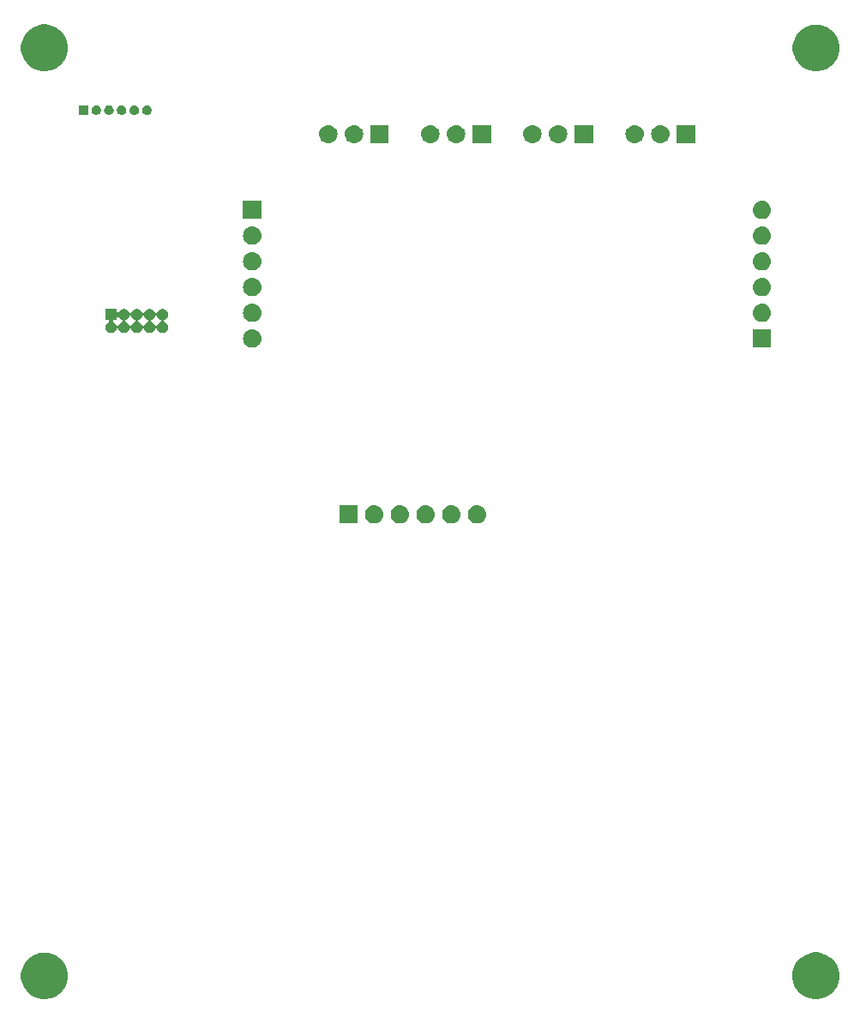
<source format=gbr>
G04 #@! TF.GenerationSoftware,KiCad,Pcbnew,(5.1.2)-2*
G04 #@! TF.CreationDate,2021-11-10T11:22:02-03:00*
G04 #@! TF.ProjectId,MAG_Plus,4d41475f-506c-4757-932e-6b696361645f,rev?*
G04 #@! TF.SameCoordinates,Original*
G04 #@! TF.FileFunction,Soldermask,Bot*
G04 #@! TF.FilePolarity,Negative*
%FSLAX46Y46*%
G04 Gerber Fmt 4.6, Leading zero omitted, Abs format (unit mm)*
G04 Created by KiCad (PCBNEW (5.1.2)-2) date 2021-11-10 11:22:02*
%MOMM*%
%LPD*%
G04 APERTURE LIST*
%ADD10C,0.100000*%
G04 APERTURE END LIST*
D10*
G36*
X39648903Y-233573213D02*
G01*
X39871177Y-233617426D01*
X40289932Y-233790880D01*
X40666802Y-234042696D01*
X40987304Y-234363198D01*
X41239120Y-234740068D01*
X41412574Y-235158823D01*
X41501000Y-235603371D01*
X41501000Y-236056629D01*
X41412574Y-236501177D01*
X41239120Y-236919932D01*
X40987304Y-237296802D01*
X40666802Y-237617304D01*
X40289932Y-237869120D01*
X39871177Y-238042574D01*
X39648903Y-238086787D01*
X39426630Y-238131000D01*
X38973370Y-238131000D01*
X38751097Y-238086787D01*
X38528823Y-238042574D01*
X38110068Y-237869120D01*
X37733198Y-237617304D01*
X37412696Y-237296802D01*
X37160880Y-236919932D01*
X36987426Y-236501177D01*
X36899000Y-236056629D01*
X36899000Y-235603371D01*
X36987426Y-235158823D01*
X37160880Y-234740068D01*
X37412696Y-234363198D01*
X37733198Y-234042696D01*
X38110068Y-233790880D01*
X38528823Y-233617426D01*
X38751097Y-233573213D01*
X38973370Y-233529000D01*
X39426630Y-233529000D01*
X39648903Y-233573213D01*
X39648903Y-233573213D01*
G37*
G36*
X115838903Y-233563213D02*
G01*
X116061177Y-233607426D01*
X116479932Y-233780880D01*
X116856802Y-234032696D01*
X117177304Y-234353198D01*
X117429120Y-234730068D01*
X117602574Y-235148823D01*
X117691000Y-235593371D01*
X117691000Y-236046629D01*
X117602574Y-236491177D01*
X117429120Y-236909932D01*
X117177304Y-237286802D01*
X116856802Y-237607304D01*
X116479932Y-237859120D01*
X116061177Y-238032574D01*
X115838903Y-238076787D01*
X115616630Y-238121000D01*
X115163370Y-238121000D01*
X114941097Y-238076787D01*
X114718823Y-238032574D01*
X114300068Y-237859120D01*
X113923198Y-237607304D01*
X113602696Y-237286802D01*
X113350880Y-236909932D01*
X113177426Y-236491177D01*
X113089000Y-236046629D01*
X113089000Y-235593371D01*
X113177426Y-235148823D01*
X113350880Y-234730068D01*
X113602696Y-234353198D01*
X113923198Y-234032696D01*
X114300068Y-233780880D01*
X114718823Y-233607426D01*
X114941097Y-233563213D01*
X115163370Y-233519000D01*
X115616630Y-233519000D01*
X115838903Y-233563213D01*
X115838903Y-233563213D01*
G37*
G36*
X70131000Y-191171000D02*
G01*
X68329000Y-191171000D01*
X68329000Y-189369000D01*
X70131000Y-189369000D01*
X70131000Y-191171000D01*
X70131000Y-191171000D01*
G37*
G36*
X71880442Y-189375518D02*
G01*
X71946627Y-189382037D01*
X72116466Y-189433557D01*
X72272991Y-189517222D01*
X72308729Y-189546552D01*
X72410186Y-189629814D01*
X72493448Y-189731271D01*
X72522778Y-189767009D01*
X72606443Y-189923534D01*
X72657963Y-190093373D01*
X72675359Y-190270000D01*
X72657963Y-190446627D01*
X72606443Y-190616466D01*
X72522778Y-190772991D01*
X72493448Y-190808729D01*
X72410186Y-190910186D01*
X72308729Y-190993448D01*
X72272991Y-191022778D01*
X72116466Y-191106443D01*
X71946627Y-191157963D01*
X71880442Y-191164482D01*
X71814260Y-191171000D01*
X71725740Y-191171000D01*
X71659558Y-191164482D01*
X71593373Y-191157963D01*
X71423534Y-191106443D01*
X71267009Y-191022778D01*
X71231271Y-190993448D01*
X71129814Y-190910186D01*
X71046552Y-190808729D01*
X71017222Y-190772991D01*
X70933557Y-190616466D01*
X70882037Y-190446627D01*
X70864641Y-190270000D01*
X70882037Y-190093373D01*
X70933557Y-189923534D01*
X71017222Y-189767009D01*
X71046552Y-189731271D01*
X71129814Y-189629814D01*
X71231271Y-189546552D01*
X71267009Y-189517222D01*
X71423534Y-189433557D01*
X71593373Y-189382037D01*
X71659558Y-189375518D01*
X71725740Y-189369000D01*
X71814260Y-189369000D01*
X71880442Y-189375518D01*
X71880442Y-189375518D01*
G37*
G36*
X76960442Y-189375518D02*
G01*
X77026627Y-189382037D01*
X77196466Y-189433557D01*
X77352991Y-189517222D01*
X77388729Y-189546552D01*
X77490186Y-189629814D01*
X77573448Y-189731271D01*
X77602778Y-189767009D01*
X77686443Y-189923534D01*
X77737963Y-190093373D01*
X77755359Y-190270000D01*
X77737963Y-190446627D01*
X77686443Y-190616466D01*
X77602778Y-190772991D01*
X77573448Y-190808729D01*
X77490186Y-190910186D01*
X77388729Y-190993448D01*
X77352991Y-191022778D01*
X77196466Y-191106443D01*
X77026627Y-191157963D01*
X76960442Y-191164482D01*
X76894260Y-191171000D01*
X76805740Y-191171000D01*
X76739558Y-191164482D01*
X76673373Y-191157963D01*
X76503534Y-191106443D01*
X76347009Y-191022778D01*
X76311271Y-190993448D01*
X76209814Y-190910186D01*
X76126552Y-190808729D01*
X76097222Y-190772991D01*
X76013557Y-190616466D01*
X75962037Y-190446627D01*
X75944641Y-190270000D01*
X75962037Y-190093373D01*
X76013557Y-189923534D01*
X76097222Y-189767009D01*
X76126552Y-189731271D01*
X76209814Y-189629814D01*
X76311271Y-189546552D01*
X76347009Y-189517222D01*
X76503534Y-189433557D01*
X76673373Y-189382037D01*
X76739558Y-189375518D01*
X76805740Y-189369000D01*
X76894260Y-189369000D01*
X76960442Y-189375518D01*
X76960442Y-189375518D01*
G37*
G36*
X79500442Y-189375518D02*
G01*
X79566627Y-189382037D01*
X79736466Y-189433557D01*
X79892991Y-189517222D01*
X79928729Y-189546552D01*
X80030186Y-189629814D01*
X80113448Y-189731271D01*
X80142778Y-189767009D01*
X80226443Y-189923534D01*
X80277963Y-190093373D01*
X80295359Y-190270000D01*
X80277963Y-190446627D01*
X80226443Y-190616466D01*
X80142778Y-190772991D01*
X80113448Y-190808729D01*
X80030186Y-190910186D01*
X79928729Y-190993448D01*
X79892991Y-191022778D01*
X79736466Y-191106443D01*
X79566627Y-191157963D01*
X79500442Y-191164482D01*
X79434260Y-191171000D01*
X79345740Y-191171000D01*
X79279558Y-191164482D01*
X79213373Y-191157963D01*
X79043534Y-191106443D01*
X78887009Y-191022778D01*
X78851271Y-190993448D01*
X78749814Y-190910186D01*
X78666552Y-190808729D01*
X78637222Y-190772991D01*
X78553557Y-190616466D01*
X78502037Y-190446627D01*
X78484641Y-190270000D01*
X78502037Y-190093373D01*
X78553557Y-189923534D01*
X78637222Y-189767009D01*
X78666552Y-189731271D01*
X78749814Y-189629814D01*
X78851271Y-189546552D01*
X78887009Y-189517222D01*
X79043534Y-189433557D01*
X79213373Y-189382037D01*
X79279558Y-189375518D01*
X79345740Y-189369000D01*
X79434260Y-189369000D01*
X79500442Y-189375518D01*
X79500442Y-189375518D01*
G37*
G36*
X82040442Y-189375518D02*
G01*
X82106627Y-189382037D01*
X82276466Y-189433557D01*
X82432991Y-189517222D01*
X82468729Y-189546552D01*
X82570186Y-189629814D01*
X82653448Y-189731271D01*
X82682778Y-189767009D01*
X82766443Y-189923534D01*
X82817963Y-190093373D01*
X82835359Y-190270000D01*
X82817963Y-190446627D01*
X82766443Y-190616466D01*
X82682778Y-190772991D01*
X82653448Y-190808729D01*
X82570186Y-190910186D01*
X82468729Y-190993448D01*
X82432991Y-191022778D01*
X82276466Y-191106443D01*
X82106627Y-191157963D01*
X82040442Y-191164482D01*
X81974260Y-191171000D01*
X81885740Y-191171000D01*
X81819558Y-191164482D01*
X81753373Y-191157963D01*
X81583534Y-191106443D01*
X81427009Y-191022778D01*
X81391271Y-190993448D01*
X81289814Y-190910186D01*
X81206552Y-190808729D01*
X81177222Y-190772991D01*
X81093557Y-190616466D01*
X81042037Y-190446627D01*
X81024641Y-190270000D01*
X81042037Y-190093373D01*
X81093557Y-189923534D01*
X81177222Y-189767009D01*
X81206552Y-189731271D01*
X81289814Y-189629814D01*
X81391271Y-189546552D01*
X81427009Y-189517222D01*
X81583534Y-189433557D01*
X81753373Y-189382037D01*
X81819558Y-189375518D01*
X81885740Y-189369000D01*
X81974260Y-189369000D01*
X82040442Y-189375518D01*
X82040442Y-189375518D01*
G37*
G36*
X74420442Y-189375518D02*
G01*
X74486627Y-189382037D01*
X74656466Y-189433557D01*
X74812991Y-189517222D01*
X74848729Y-189546552D01*
X74950186Y-189629814D01*
X75033448Y-189731271D01*
X75062778Y-189767009D01*
X75146443Y-189923534D01*
X75197963Y-190093373D01*
X75215359Y-190270000D01*
X75197963Y-190446627D01*
X75146443Y-190616466D01*
X75062778Y-190772991D01*
X75033448Y-190808729D01*
X74950186Y-190910186D01*
X74848729Y-190993448D01*
X74812991Y-191022778D01*
X74656466Y-191106443D01*
X74486627Y-191157963D01*
X74420442Y-191164482D01*
X74354260Y-191171000D01*
X74265740Y-191171000D01*
X74199558Y-191164482D01*
X74133373Y-191157963D01*
X73963534Y-191106443D01*
X73807009Y-191022778D01*
X73771271Y-190993448D01*
X73669814Y-190910186D01*
X73586552Y-190808729D01*
X73557222Y-190772991D01*
X73473557Y-190616466D01*
X73422037Y-190446627D01*
X73404641Y-190270000D01*
X73422037Y-190093373D01*
X73473557Y-189923534D01*
X73557222Y-189767009D01*
X73586552Y-189731271D01*
X73669814Y-189629814D01*
X73771271Y-189546552D01*
X73807009Y-189517222D01*
X73963534Y-189433557D01*
X74133373Y-189382037D01*
X74199558Y-189375518D01*
X74265740Y-189369000D01*
X74354260Y-189369000D01*
X74420442Y-189375518D01*
X74420442Y-189375518D01*
G37*
G36*
X59830443Y-172025519D02*
G01*
X59896627Y-172032037D01*
X60066466Y-172083557D01*
X60066468Y-172083558D01*
X60144729Y-172125390D01*
X60222991Y-172167222D01*
X60258729Y-172196552D01*
X60360186Y-172279814D01*
X60443448Y-172381271D01*
X60472778Y-172417009D01*
X60556443Y-172573534D01*
X60607963Y-172743373D01*
X60625359Y-172920000D01*
X60607963Y-173096627D01*
X60556443Y-173266466D01*
X60472778Y-173422991D01*
X60443448Y-173458729D01*
X60360186Y-173560186D01*
X60258729Y-173643448D01*
X60222991Y-173672778D01*
X60066466Y-173756443D01*
X59896627Y-173807963D01*
X59830443Y-173814481D01*
X59764260Y-173821000D01*
X59675740Y-173821000D01*
X59609557Y-173814481D01*
X59543373Y-173807963D01*
X59373534Y-173756443D01*
X59217009Y-173672778D01*
X59181271Y-173643448D01*
X59079814Y-173560186D01*
X58996552Y-173458729D01*
X58967222Y-173422991D01*
X58883557Y-173266466D01*
X58832037Y-173096627D01*
X58814641Y-172920000D01*
X58832037Y-172743373D01*
X58883557Y-172573534D01*
X58967222Y-172417009D01*
X58996552Y-172381271D01*
X59079814Y-172279814D01*
X59181271Y-172196552D01*
X59217009Y-172167222D01*
X59295271Y-172125390D01*
X59373532Y-172083558D01*
X59373534Y-172083557D01*
X59543373Y-172032037D01*
X59609557Y-172025519D01*
X59675740Y-172019000D01*
X59764260Y-172019000D01*
X59830443Y-172025519D01*
X59830443Y-172025519D01*
G37*
G36*
X110961000Y-173811000D02*
G01*
X109159000Y-173811000D01*
X109159000Y-172009000D01*
X110961000Y-172009000D01*
X110961000Y-173811000D01*
X110961000Y-173811000D01*
G37*
G36*
X46341000Y-170217265D02*
G01*
X46343402Y-170241651D01*
X46350515Y-170265100D01*
X46362066Y-170286711D01*
X46377611Y-170305653D01*
X46396553Y-170321198D01*
X46418164Y-170332749D01*
X46441613Y-170339862D01*
X46465999Y-170342264D01*
X46490385Y-170339862D01*
X46513834Y-170332749D01*
X46535445Y-170321198D01*
X46554387Y-170305653D01*
X46569932Y-170286711D01*
X46576233Y-170276198D01*
X46599644Y-170232400D01*
X46668499Y-170148499D01*
X46752400Y-170079643D01*
X46838668Y-170033532D01*
X46848121Y-170028479D01*
X46951985Y-169996973D01*
X47032933Y-169989000D01*
X47087067Y-169989000D01*
X47168015Y-169996973D01*
X47271879Y-170028479D01*
X47281332Y-170033532D01*
X47367600Y-170079643D01*
X47451501Y-170148499D01*
X47520357Y-170232400D01*
X47556995Y-170300945D01*
X47571521Y-170328121D01*
X47575388Y-170340869D01*
X47584760Y-170363496D01*
X47598374Y-170383870D01*
X47615701Y-170401197D01*
X47636075Y-170414811D01*
X47658714Y-170424188D01*
X47682747Y-170428969D01*
X47707251Y-170428969D01*
X47731285Y-170424189D01*
X47753924Y-170414812D01*
X47774298Y-170401198D01*
X47791625Y-170383871D01*
X47805239Y-170363497D01*
X47814612Y-170340869D01*
X47818479Y-170328121D01*
X47833005Y-170300945D01*
X47869643Y-170232400D01*
X47938499Y-170148499D01*
X48022400Y-170079643D01*
X48108668Y-170033532D01*
X48118121Y-170028479D01*
X48221985Y-169996973D01*
X48302933Y-169989000D01*
X48357067Y-169989000D01*
X48438015Y-169996973D01*
X48541879Y-170028479D01*
X48551332Y-170033532D01*
X48637600Y-170079643D01*
X48721501Y-170148499D01*
X48790357Y-170232400D01*
X48826995Y-170300945D01*
X48841521Y-170328121D01*
X48845388Y-170340869D01*
X48854760Y-170363496D01*
X48868374Y-170383870D01*
X48885701Y-170401197D01*
X48906075Y-170414811D01*
X48928714Y-170424188D01*
X48952747Y-170428969D01*
X48977251Y-170428969D01*
X49001285Y-170424189D01*
X49023924Y-170414812D01*
X49044298Y-170401198D01*
X49061625Y-170383871D01*
X49075239Y-170363497D01*
X49084612Y-170340869D01*
X49088479Y-170328121D01*
X49103005Y-170300945D01*
X49139643Y-170232400D01*
X49208499Y-170148499D01*
X49292400Y-170079643D01*
X49378668Y-170033532D01*
X49388121Y-170028479D01*
X49491985Y-169996973D01*
X49572933Y-169989000D01*
X49627067Y-169989000D01*
X49708015Y-169996973D01*
X49811879Y-170028479D01*
X49821332Y-170033532D01*
X49907600Y-170079643D01*
X49991501Y-170148499D01*
X50060357Y-170232400D01*
X50096995Y-170300945D01*
X50111521Y-170328121D01*
X50115388Y-170340869D01*
X50124760Y-170363496D01*
X50138374Y-170383870D01*
X50155701Y-170401197D01*
X50176075Y-170414811D01*
X50198714Y-170424188D01*
X50222747Y-170428969D01*
X50247251Y-170428969D01*
X50271285Y-170424189D01*
X50293924Y-170414812D01*
X50314298Y-170401198D01*
X50331625Y-170383871D01*
X50345239Y-170363497D01*
X50354612Y-170340869D01*
X50358479Y-170328121D01*
X50373005Y-170300945D01*
X50409643Y-170232400D01*
X50478499Y-170148499D01*
X50562400Y-170079643D01*
X50648668Y-170033532D01*
X50658121Y-170028479D01*
X50761985Y-169996973D01*
X50842933Y-169989000D01*
X50897067Y-169989000D01*
X50978015Y-169996973D01*
X51081879Y-170028479D01*
X51091332Y-170033532D01*
X51177600Y-170079643D01*
X51261501Y-170148499D01*
X51330357Y-170232400D01*
X51366995Y-170300945D01*
X51381521Y-170328121D01*
X51413027Y-170431985D01*
X51423666Y-170540000D01*
X51413027Y-170648015D01*
X51381521Y-170751879D01*
X51381191Y-170752496D01*
X51330357Y-170847600D01*
X51261501Y-170931501D01*
X51177600Y-171000357D01*
X51109055Y-171036995D01*
X51081879Y-171051521D01*
X51069131Y-171055388D01*
X51046504Y-171064760D01*
X51026130Y-171078374D01*
X51008803Y-171095701D01*
X50995189Y-171116075D01*
X50985812Y-171138714D01*
X50981031Y-171162747D01*
X50981031Y-171187251D01*
X50985811Y-171211285D01*
X50995188Y-171233924D01*
X51008802Y-171254298D01*
X51026129Y-171271625D01*
X51046503Y-171285239D01*
X51069131Y-171294612D01*
X51081879Y-171298479D01*
X51108344Y-171312625D01*
X51177600Y-171349643D01*
X51261501Y-171418499D01*
X51330357Y-171502400D01*
X51366995Y-171570945D01*
X51381521Y-171598121D01*
X51413027Y-171701985D01*
X51423666Y-171810000D01*
X51413027Y-171918015D01*
X51381521Y-172021879D01*
X51381519Y-172021882D01*
X51330357Y-172117600D01*
X51261501Y-172201501D01*
X51177600Y-172270357D01*
X51109055Y-172306995D01*
X51081879Y-172321521D01*
X50978015Y-172353027D01*
X50897067Y-172361000D01*
X50842933Y-172361000D01*
X50761985Y-172353027D01*
X50658121Y-172321521D01*
X50630945Y-172306995D01*
X50562400Y-172270357D01*
X50478499Y-172201501D01*
X50409643Y-172117600D01*
X50358481Y-172021882D01*
X50358479Y-172021879D01*
X50354612Y-172009131D01*
X50345240Y-171986504D01*
X50331626Y-171966130D01*
X50314299Y-171948803D01*
X50293925Y-171935189D01*
X50271286Y-171925812D01*
X50247253Y-171921031D01*
X50222749Y-171921031D01*
X50198715Y-171925811D01*
X50176076Y-171935188D01*
X50155702Y-171948802D01*
X50138375Y-171966129D01*
X50124761Y-171986503D01*
X50115388Y-172009131D01*
X50111521Y-172021879D01*
X50111519Y-172021882D01*
X50060357Y-172117600D01*
X49991501Y-172201501D01*
X49907600Y-172270357D01*
X49839055Y-172306995D01*
X49811879Y-172321521D01*
X49708015Y-172353027D01*
X49627067Y-172361000D01*
X49572933Y-172361000D01*
X49491985Y-172353027D01*
X49388121Y-172321521D01*
X49360945Y-172306995D01*
X49292400Y-172270357D01*
X49208499Y-172201501D01*
X49139643Y-172117600D01*
X49088481Y-172021882D01*
X49088479Y-172021879D01*
X49084612Y-172009131D01*
X49075240Y-171986504D01*
X49061626Y-171966130D01*
X49044299Y-171948803D01*
X49023925Y-171935189D01*
X49001286Y-171925812D01*
X48977253Y-171921031D01*
X48952749Y-171921031D01*
X48928715Y-171925811D01*
X48906076Y-171935188D01*
X48885702Y-171948802D01*
X48868375Y-171966129D01*
X48854761Y-171986503D01*
X48845388Y-172009131D01*
X48841521Y-172021879D01*
X48841519Y-172021882D01*
X48790357Y-172117600D01*
X48721501Y-172201501D01*
X48637600Y-172270357D01*
X48569055Y-172306995D01*
X48541879Y-172321521D01*
X48438015Y-172353027D01*
X48357067Y-172361000D01*
X48302933Y-172361000D01*
X48221985Y-172353027D01*
X48118121Y-172321521D01*
X48090945Y-172306995D01*
X48022400Y-172270357D01*
X47938499Y-172201501D01*
X47869643Y-172117600D01*
X47818481Y-172021882D01*
X47818479Y-172021879D01*
X47814612Y-172009131D01*
X47805240Y-171986504D01*
X47791626Y-171966130D01*
X47774299Y-171948803D01*
X47753925Y-171935189D01*
X47731286Y-171925812D01*
X47707253Y-171921031D01*
X47682749Y-171921031D01*
X47658715Y-171925811D01*
X47636076Y-171935188D01*
X47615702Y-171948802D01*
X47598375Y-171966129D01*
X47584761Y-171986503D01*
X47575388Y-172009131D01*
X47571521Y-172021879D01*
X47571519Y-172021882D01*
X47520357Y-172117600D01*
X47451501Y-172201501D01*
X47367600Y-172270357D01*
X47299055Y-172306995D01*
X47271879Y-172321521D01*
X47168015Y-172353027D01*
X47087067Y-172361000D01*
X47032933Y-172361000D01*
X46951985Y-172353027D01*
X46848121Y-172321521D01*
X46820945Y-172306995D01*
X46752400Y-172270357D01*
X46668499Y-172201501D01*
X46599643Y-172117600D01*
X46548481Y-172021882D01*
X46548479Y-172021879D01*
X46544612Y-172009131D01*
X46535240Y-171986504D01*
X46521626Y-171966130D01*
X46504299Y-171948803D01*
X46483925Y-171935189D01*
X46461286Y-171925812D01*
X46437253Y-171921031D01*
X46412749Y-171921031D01*
X46388715Y-171925811D01*
X46366076Y-171935188D01*
X46345702Y-171948802D01*
X46328375Y-171966129D01*
X46314761Y-171986503D01*
X46305388Y-172009131D01*
X46301521Y-172021879D01*
X46301519Y-172021882D01*
X46250357Y-172117600D01*
X46181501Y-172201501D01*
X46097600Y-172270357D01*
X46029055Y-172306995D01*
X46001879Y-172321521D01*
X45898015Y-172353027D01*
X45817067Y-172361000D01*
X45762933Y-172361000D01*
X45681985Y-172353027D01*
X45578121Y-172321521D01*
X45550945Y-172306995D01*
X45482400Y-172270357D01*
X45398499Y-172201501D01*
X45329643Y-172117600D01*
X45278481Y-172021882D01*
X45278479Y-172021879D01*
X45246973Y-171918015D01*
X45236334Y-171810000D01*
X45246973Y-171701985D01*
X45278479Y-171598121D01*
X45293005Y-171570945D01*
X45329643Y-171502400D01*
X45398499Y-171418499D01*
X45482399Y-171349645D01*
X45482398Y-171349645D01*
X45482400Y-171349644D01*
X45526193Y-171326236D01*
X45546563Y-171312625D01*
X45563890Y-171295298D01*
X45577504Y-171274924D01*
X45586881Y-171252285D01*
X45591662Y-171228252D01*
X45591662Y-171215999D01*
X45987736Y-171215999D01*
X45990138Y-171240385D01*
X45997251Y-171263834D01*
X46008802Y-171285445D01*
X46024347Y-171304387D01*
X46043289Y-171319932D01*
X46053802Y-171326233D01*
X46097600Y-171349644D01*
X46097602Y-171349645D01*
X46097601Y-171349645D01*
X46181501Y-171418499D01*
X46250357Y-171502400D01*
X46286995Y-171570945D01*
X46301521Y-171598121D01*
X46305388Y-171610869D01*
X46314760Y-171633496D01*
X46328374Y-171653870D01*
X46345701Y-171671197D01*
X46366075Y-171684811D01*
X46388714Y-171694188D01*
X46412747Y-171698969D01*
X46437251Y-171698969D01*
X46461285Y-171694189D01*
X46483924Y-171684812D01*
X46504298Y-171671198D01*
X46521625Y-171653871D01*
X46535239Y-171633497D01*
X46544612Y-171610869D01*
X46548479Y-171598121D01*
X46563005Y-171570945D01*
X46599643Y-171502400D01*
X46668499Y-171418499D01*
X46752400Y-171349643D01*
X46821656Y-171312625D01*
X46848121Y-171298479D01*
X46860869Y-171294612D01*
X46883496Y-171285240D01*
X46903870Y-171271626D01*
X46921197Y-171254299D01*
X46934811Y-171233925D01*
X46944188Y-171211286D01*
X46948969Y-171187253D01*
X46948969Y-171162749D01*
X46948969Y-171162747D01*
X47171031Y-171162747D01*
X47171031Y-171187251D01*
X47175811Y-171211285D01*
X47185188Y-171233924D01*
X47198802Y-171254298D01*
X47216129Y-171271625D01*
X47236503Y-171285239D01*
X47259131Y-171294612D01*
X47271879Y-171298479D01*
X47298344Y-171312625D01*
X47367600Y-171349643D01*
X47451501Y-171418499D01*
X47520357Y-171502400D01*
X47556995Y-171570945D01*
X47571521Y-171598121D01*
X47575388Y-171610869D01*
X47584760Y-171633496D01*
X47598374Y-171653870D01*
X47615701Y-171671197D01*
X47636075Y-171684811D01*
X47658714Y-171694188D01*
X47682747Y-171698969D01*
X47707251Y-171698969D01*
X47731285Y-171694189D01*
X47753924Y-171684812D01*
X47774298Y-171671198D01*
X47791625Y-171653871D01*
X47805239Y-171633497D01*
X47814612Y-171610869D01*
X47818479Y-171598121D01*
X47833005Y-171570945D01*
X47869643Y-171502400D01*
X47938499Y-171418499D01*
X48022400Y-171349643D01*
X48091656Y-171312625D01*
X48118121Y-171298479D01*
X48130869Y-171294612D01*
X48153496Y-171285240D01*
X48173870Y-171271626D01*
X48191197Y-171254299D01*
X48204811Y-171233925D01*
X48214188Y-171211286D01*
X48218969Y-171187253D01*
X48218969Y-171162749D01*
X48218969Y-171162747D01*
X48441031Y-171162747D01*
X48441031Y-171187251D01*
X48445811Y-171211285D01*
X48455188Y-171233924D01*
X48468802Y-171254298D01*
X48486129Y-171271625D01*
X48506503Y-171285239D01*
X48529131Y-171294612D01*
X48541879Y-171298479D01*
X48568344Y-171312625D01*
X48637600Y-171349643D01*
X48721501Y-171418499D01*
X48790357Y-171502400D01*
X48826995Y-171570945D01*
X48841521Y-171598121D01*
X48845388Y-171610869D01*
X48854760Y-171633496D01*
X48868374Y-171653870D01*
X48885701Y-171671197D01*
X48906075Y-171684811D01*
X48928714Y-171694188D01*
X48952747Y-171698969D01*
X48977251Y-171698969D01*
X49001285Y-171694189D01*
X49023924Y-171684812D01*
X49044298Y-171671198D01*
X49061625Y-171653871D01*
X49075239Y-171633497D01*
X49084612Y-171610869D01*
X49088479Y-171598121D01*
X49103005Y-171570945D01*
X49139643Y-171502400D01*
X49208499Y-171418499D01*
X49292400Y-171349643D01*
X49361656Y-171312625D01*
X49388121Y-171298479D01*
X49400869Y-171294612D01*
X49423496Y-171285240D01*
X49443870Y-171271626D01*
X49461197Y-171254299D01*
X49474811Y-171233925D01*
X49484188Y-171211286D01*
X49488969Y-171187253D01*
X49488969Y-171162749D01*
X49488969Y-171162747D01*
X49711031Y-171162747D01*
X49711031Y-171187251D01*
X49715811Y-171211285D01*
X49725188Y-171233924D01*
X49738802Y-171254298D01*
X49756129Y-171271625D01*
X49776503Y-171285239D01*
X49799131Y-171294612D01*
X49811879Y-171298479D01*
X49838344Y-171312625D01*
X49907600Y-171349643D01*
X49991501Y-171418499D01*
X50060357Y-171502400D01*
X50096995Y-171570945D01*
X50111521Y-171598121D01*
X50115388Y-171610869D01*
X50124760Y-171633496D01*
X50138374Y-171653870D01*
X50155701Y-171671197D01*
X50176075Y-171684811D01*
X50198714Y-171694188D01*
X50222747Y-171698969D01*
X50247251Y-171698969D01*
X50271285Y-171694189D01*
X50293924Y-171684812D01*
X50314298Y-171671198D01*
X50331625Y-171653871D01*
X50345239Y-171633497D01*
X50354612Y-171610869D01*
X50358479Y-171598121D01*
X50373005Y-171570945D01*
X50409643Y-171502400D01*
X50478499Y-171418499D01*
X50562400Y-171349643D01*
X50631656Y-171312625D01*
X50658121Y-171298479D01*
X50670869Y-171294612D01*
X50693496Y-171285240D01*
X50713870Y-171271626D01*
X50731197Y-171254299D01*
X50744811Y-171233925D01*
X50754188Y-171211286D01*
X50758969Y-171187253D01*
X50758969Y-171162749D01*
X50754189Y-171138715D01*
X50744812Y-171116076D01*
X50731198Y-171095702D01*
X50713871Y-171078375D01*
X50693497Y-171064761D01*
X50670869Y-171055388D01*
X50658121Y-171051521D01*
X50630945Y-171036995D01*
X50562400Y-171000357D01*
X50478499Y-170931501D01*
X50409643Y-170847600D01*
X50358809Y-170752496D01*
X50358479Y-170751879D01*
X50354612Y-170739131D01*
X50345240Y-170716504D01*
X50331626Y-170696130D01*
X50314299Y-170678803D01*
X50293925Y-170665189D01*
X50271286Y-170655812D01*
X50247253Y-170651031D01*
X50222749Y-170651031D01*
X50198715Y-170655811D01*
X50176076Y-170665188D01*
X50155702Y-170678802D01*
X50138375Y-170696129D01*
X50124761Y-170716503D01*
X50115388Y-170739131D01*
X50111521Y-170751879D01*
X50111191Y-170752496D01*
X50060357Y-170847600D01*
X49991501Y-170931501D01*
X49907600Y-171000357D01*
X49839055Y-171036995D01*
X49811879Y-171051521D01*
X49799131Y-171055388D01*
X49776504Y-171064760D01*
X49756130Y-171078374D01*
X49738803Y-171095701D01*
X49725189Y-171116075D01*
X49715812Y-171138714D01*
X49711031Y-171162747D01*
X49488969Y-171162747D01*
X49484189Y-171138715D01*
X49474812Y-171116076D01*
X49461198Y-171095702D01*
X49443871Y-171078375D01*
X49423497Y-171064761D01*
X49400869Y-171055388D01*
X49388121Y-171051521D01*
X49360945Y-171036995D01*
X49292400Y-171000357D01*
X49208499Y-170931501D01*
X49139643Y-170847600D01*
X49088809Y-170752496D01*
X49088479Y-170751879D01*
X49084612Y-170739131D01*
X49075240Y-170716504D01*
X49061626Y-170696130D01*
X49044299Y-170678803D01*
X49023925Y-170665189D01*
X49001286Y-170655812D01*
X48977253Y-170651031D01*
X48952749Y-170651031D01*
X48928715Y-170655811D01*
X48906076Y-170665188D01*
X48885702Y-170678802D01*
X48868375Y-170696129D01*
X48854761Y-170716503D01*
X48845388Y-170739131D01*
X48841521Y-170751879D01*
X48841191Y-170752496D01*
X48790357Y-170847600D01*
X48721501Y-170931501D01*
X48637600Y-171000357D01*
X48569055Y-171036995D01*
X48541879Y-171051521D01*
X48529131Y-171055388D01*
X48506504Y-171064760D01*
X48486130Y-171078374D01*
X48468803Y-171095701D01*
X48455189Y-171116075D01*
X48445812Y-171138714D01*
X48441031Y-171162747D01*
X48218969Y-171162747D01*
X48214189Y-171138715D01*
X48204812Y-171116076D01*
X48191198Y-171095702D01*
X48173871Y-171078375D01*
X48153497Y-171064761D01*
X48130869Y-171055388D01*
X48118121Y-171051521D01*
X48090945Y-171036995D01*
X48022400Y-171000357D01*
X47938499Y-170931501D01*
X47869643Y-170847600D01*
X47818809Y-170752496D01*
X47818479Y-170751879D01*
X47814612Y-170739131D01*
X47805240Y-170716504D01*
X47791626Y-170696130D01*
X47774299Y-170678803D01*
X47753925Y-170665189D01*
X47731286Y-170655812D01*
X47707253Y-170651031D01*
X47682749Y-170651031D01*
X47658715Y-170655811D01*
X47636076Y-170665188D01*
X47615702Y-170678802D01*
X47598375Y-170696129D01*
X47584761Y-170716503D01*
X47575388Y-170739131D01*
X47571521Y-170751879D01*
X47571191Y-170752496D01*
X47520357Y-170847600D01*
X47451501Y-170931501D01*
X47367600Y-171000357D01*
X47299055Y-171036995D01*
X47271879Y-171051521D01*
X47259131Y-171055388D01*
X47236504Y-171064760D01*
X47216130Y-171078374D01*
X47198803Y-171095701D01*
X47185189Y-171116075D01*
X47175812Y-171138714D01*
X47171031Y-171162747D01*
X46948969Y-171162747D01*
X46944189Y-171138715D01*
X46934812Y-171116076D01*
X46921198Y-171095702D01*
X46903871Y-171078375D01*
X46883497Y-171064761D01*
X46860869Y-171055388D01*
X46848121Y-171051521D01*
X46820945Y-171036995D01*
X46752400Y-171000357D01*
X46668499Y-170931501D01*
X46599645Y-170847601D01*
X46599644Y-170847600D01*
X46576236Y-170803807D01*
X46562625Y-170783437D01*
X46545298Y-170766110D01*
X46524924Y-170752496D01*
X46502285Y-170743119D01*
X46478252Y-170738338D01*
X46453748Y-170738338D01*
X46429714Y-170743118D01*
X46407076Y-170752495D01*
X46386701Y-170766109D01*
X46369374Y-170783436D01*
X46355760Y-170803810D01*
X46346383Y-170826449D01*
X46341602Y-170850482D01*
X46341000Y-170862735D01*
X46341000Y-171091000D01*
X46112735Y-171091000D01*
X46088349Y-171093402D01*
X46064900Y-171100515D01*
X46043289Y-171112066D01*
X46024347Y-171127611D01*
X46008802Y-171146553D01*
X45997251Y-171168164D01*
X45990138Y-171191613D01*
X45987736Y-171215999D01*
X45591662Y-171215999D01*
X45591662Y-171203748D01*
X45586882Y-171179714D01*
X45577505Y-171157076D01*
X45563891Y-171136701D01*
X45546564Y-171119374D01*
X45526190Y-171105760D01*
X45503551Y-171096383D01*
X45479518Y-171091602D01*
X45467265Y-171091000D01*
X45239000Y-171091000D01*
X45239000Y-169989000D01*
X46341000Y-169989000D01*
X46341000Y-170217265D01*
X46341000Y-170217265D01*
G37*
G36*
X59830442Y-169485518D02*
G01*
X59896627Y-169492037D01*
X60066466Y-169543557D01*
X60222991Y-169627222D01*
X60258729Y-169656552D01*
X60360186Y-169739814D01*
X60443448Y-169841271D01*
X60472778Y-169877009D01*
X60556443Y-170033534D01*
X60607963Y-170203373D01*
X60625359Y-170380000D01*
X60607963Y-170556627D01*
X60556443Y-170726466D01*
X60472778Y-170882991D01*
X60443448Y-170918729D01*
X60360186Y-171020186D01*
X60268169Y-171095701D01*
X60222991Y-171132778D01*
X60211884Y-171138715D01*
X60085177Y-171206442D01*
X60066466Y-171216443D01*
X59896627Y-171267963D01*
X59830443Y-171274481D01*
X59764260Y-171281000D01*
X59675740Y-171281000D01*
X59609557Y-171274481D01*
X59543373Y-171267963D01*
X59373534Y-171216443D01*
X59354824Y-171206442D01*
X59228116Y-171138715D01*
X59217009Y-171132778D01*
X59171831Y-171095701D01*
X59079814Y-171020186D01*
X58996552Y-170918729D01*
X58967222Y-170882991D01*
X58883557Y-170726466D01*
X58832037Y-170556627D01*
X58814641Y-170380000D01*
X58832037Y-170203373D01*
X58883557Y-170033534D01*
X58967222Y-169877009D01*
X58996552Y-169841271D01*
X59079814Y-169739814D01*
X59181271Y-169656552D01*
X59217009Y-169627222D01*
X59373534Y-169543557D01*
X59543373Y-169492037D01*
X59609558Y-169485518D01*
X59675740Y-169479000D01*
X59764260Y-169479000D01*
X59830442Y-169485518D01*
X59830442Y-169485518D01*
G37*
G36*
X110170442Y-169475518D02*
G01*
X110236627Y-169482037D01*
X110406466Y-169533557D01*
X110406468Y-169533558D01*
X110484728Y-169575389D01*
X110562991Y-169617222D01*
X110598729Y-169646552D01*
X110700186Y-169729814D01*
X110783448Y-169831271D01*
X110812778Y-169867009D01*
X110896443Y-170023534D01*
X110947963Y-170193373D01*
X110965359Y-170370000D01*
X110947963Y-170546627D01*
X110896443Y-170716466D01*
X110812778Y-170872991D01*
X110804571Y-170882991D01*
X110700186Y-171010186D01*
X110601712Y-171091000D01*
X110562991Y-171122778D01*
X110406466Y-171206443D01*
X110236627Y-171257963D01*
X110177017Y-171263834D01*
X110104260Y-171271000D01*
X110015740Y-171271000D01*
X109942983Y-171263834D01*
X109883373Y-171257963D01*
X109713534Y-171206443D01*
X109557009Y-171122778D01*
X109518288Y-171091000D01*
X109419814Y-171010186D01*
X109315429Y-170882991D01*
X109307222Y-170872991D01*
X109223557Y-170716466D01*
X109172037Y-170546627D01*
X109154641Y-170370000D01*
X109172037Y-170193373D01*
X109223557Y-170023534D01*
X109307222Y-169867009D01*
X109336552Y-169831271D01*
X109419814Y-169729814D01*
X109521271Y-169646552D01*
X109557009Y-169617222D01*
X109635272Y-169575389D01*
X109713532Y-169533558D01*
X109713534Y-169533557D01*
X109883373Y-169482037D01*
X109949558Y-169475518D01*
X110015740Y-169469000D01*
X110104260Y-169469000D01*
X110170442Y-169475518D01*
X110170442Y-169475518D01*
G37*
G36*
X59830443Y-166945519D02*
G01*
X59896627Y-166952037D01*
X60066466Y-167003557D01*
X60222991Y-167087222D01*
X60258729Y-167116552D01*
X60360186Y-167199814D01*
X60443448Y-167301271D01*
X60472778Y-167337009D01*
X60556443Y-167493534D01*
X60607963Y-167663373D01*
X60625359Y-167840000D01*
X60607963Y-168016627D01*
X60556443Y-168186466D01*
X60472778Y-168342991D01*
X60443448Y-168378729D01*
X60360186Y-168480186D01*
X60258729Y-168563448D01*
X60222991Y-168592778D01*
X60222989Y-168592779D01*
X60085177Y-168666442D01*
X60066466Y-168676443D01*
X59896627Y-168727963D01*
X59830443Y-168734481D01*
X59764260Y-168741000D01*
X59675740Y-168741000D01*
X59609557Y-168734481D01*
X59543373Y-168727963D01*
X59373534Y-168676443D01*
X59354824Y-168666442D01*
X59217011Y-168592779D01*
X59217009Y-168592778D01*
X59181271Y-168563448D01*
X59079814Y-168480186D01*
X58996552Y-168378729D01*
X58967222Y-168342991D01*
X58883557Y-168186466D01*
X58832037Y-168016627D01*
X58814641Y-167840000D01*
X58832037Y-167663373D01*
X58883557Y-167493534D01*
X58967222Y-167337009D01*
X58996552Y-167301271D01*
X59079814Y-167199814D01*
X59181271Y-167116552D01*
X59217009Y-167087222D01*
X59373534Y-167003557D01*
X59543373Y-166952037D01*
X59609557Y-166945519D01*
X59675740Y-166939000D01*
X59764260Y-166939000D01*
X59830443Y-166945519D01*
X59830443Y-166945519D01*
G37*
G36*
X110170443Y-166935519D02*
G01*
X110236627Y-166942037D01*
X110406466Y-166993557D01*
X110406468Y-166993558D01*
X110484729Y-167035390D01*
X110562991Y-167077222D01*
X110598729Y-167106552D01*
X110700186Y-167189814D01*
X110783448Y-167291271D01*
X110812778Y-167327009D01*
X110896443Y-167483534D01*
X110947963Y-167653373D01*
X110965359Y-167830000D01*
X110947963Y-168006627D01*
X110896443Y-168176466D01*
X110812778Y-168332991D01*
X110804571Y-168342991D01*
X110700186Y-168470186D01*
X110598729Y-168553448D01*
X110562991Y-168582778D01*
X110406466Y-168666443D01*
X110236627Y-168717963D01*
X110170442Y-168724482D01*
X110104260Y-168731000D01*
X110015740Y-168731000D01*
X109949558Y-168724482D01*
X109883373Y-168717963D01*
X109713534Y-168666443D01*
X109557009Y-168582778D01*
X109521271Y-168553448D01*
X109419814Y-168470186D01*
X109315429Y-168342991D01*
X109307222Y-168332991D01*
X109223557Y-168176466D01*
X109172037Y-168006627D01*
X109154641Y-167830000D01*
X109172037Y-167653373D01*
X109223557Y-167483534D01*
X109307222Y-167327009D01*
X109336552Y-167291271D01*
X109419814Y-167189814D01*
X109521271Y-167106552D01*
X109557009Y-167077222D01*
X109635271Y-167035390D01*
X109713532Y-166993558D01*
X109713534Y-166993557D01*
X109883373Y-166942037D01*
X109949557Y-166935519D01*
X110015740Y-166929000D01*
X110104260Y-166929000D01*
X110170443Y-166935519D01*
X110170443Y-166935519D01*
G37*
G36*
X59830442Y-164405518D02*
G01*
X59896627Y-164412037D01*
X60066466Y-164463557D01*
X60222991Y-164547222D01*
X60258729Y-164576552D01*
X60360186Y-164659814D01*
X60443448Y-164761271D01*
X60472778Y-164797009D01*
X60556443Y-164953534D01*
X60607963Y-165123373D01*
X60625359Y-165300000D01*
X60607963Y-165476627D01*
X60556443Y-165646466D01*
X60472778Y-165802991D01*
X60443448Y-165838729D01*
X60360186Y-165940186D01*
X60258729Y-166023448D01*
X60222991Y-166052778D01*
X60222989Y-166052779D01*
X60085177Y-166126442D01*
X60066466Y-166136443D01*
X59896627Y-166187963D01*
X59830442Y-166194482D01*
X59764260Y-166201000D01*
X59675740Y-166201000D01*
X59609558Y-166194482D01*
X59543373Y-166187963D01*
X59373534Y-166136443D01*
X59354824Y-166126442D01*
X59217011Y-166052779D01*
X59217009Y-166052778D01*
X59181271Y-166023448D01*
X59079814Y-165940186D01*
X58996552Y-165838729D01*
X58967222Y-165802991D01*
X58883557Y-165646466D01*
X58832037Y-165476627D01*
X58814641Y-165300000D01*
X58832037Y-165123373D01*
X58883557Y-164953534D01*
X58967222Y-164797009D01*
X58996552Y-164761271D01*
X59079814Y-164659814D01*
X59181271Y-164576552D01*
X59217009Y-164547222D01*
X59373534Y-164463557D01*
X59543373Y-164412037D01*
X59609558Y-164405518D01*
X59675740Y-164399000D01*
X59764260Y-164399000D01*
X59830442Y-164405518D01*
X59830442Y-164405518D01*
G37*
G36*
X110170443Y-164395519D02*
G01*
X110236627Y-164402037D01*
X110406466Y-164453557D01*
X110406468Y-164453558D01*
X110484728Y-164495389D01*
X110562991Y-164537222D01*
X110598729Y-164566552D01*
X110700186Y-164649814D01*
X110783448Y-164751271D01*
X110812778Y-164787009D01*
X110896443Y-164943534D01*
X110947963Y-165113373D01*
X110965359Y-165290000D01*
X110947963Y-165466627D01*
X110896443Y-165636466D01*
X110812778Y-165792991D01*
X110804571Y-165802991D01*
X110700186Y-165930186D01*
X110598729Y-166013448D01*
X110562991Y-166042778D01*
X110406466Y-166126443D01*
X110236627Y-166177963D01*
X110170443Y-166184481D01*
X110104260Y-166191000D01*
X110015740Y-166191000D01*
X109949557Y-166184481D01*
X109883373Y-166177963D01*
X109713534Y-166126443D01*
X109557009Y-166042778D01*
X109521271Y-166013448D01*
X109419814Y-165930186D01*
X109315429Y-165802991D01*
X109307222Y-165792991D01*
X109223557Y-165636466D01*
X109172037Y-165466627D01*
X109154641Y-165290000D01*
X109172037Y-165113373D01*
X109223557Y-164943534D01*
X109307222Y-164787009D01*
X109336552Y-164751271D01*
X109419814Y-164649814D01*
X109521271Y-164566552D01*
X109557009Y-164537222D01*
X109635272Y-164495389D01*
X109713532Y-164453558D01*
X109713534Y-164453557D01*
X109883373Y-164402037D01*
X109949557Y-164395519D01*
X110015740Y-164389000D01*
X110104260Y-164389000D01*
X110170443Y-164395519D01*
X110170443Y-164395519D01*
G37*
G36*
X59830442Y-161865518D02*
G01*
X59896627Y-161872037D01*
X60066466Y-161923557D01*
X60222991Y-162007222D01*
X60258729Y-162036552D01*
X60360186Y-162119814D01*
X60443448Y-162221271D01*
X60472778Y-162257009D01*
X60556443Y-162413534D01*
X60607963Y-162583373D01*
X60625359Y-162760000D01*
X60607963Y-162936627D01*
X60556443Y-163106466D01*
X60472778Y-163262991D01*
X60443448Y-163298729D01*
X60360186Y-163400186D01*
X60258729Y-163483448D01*
X60222991Y-163512778D01*
X60222989Y-163512779D01*
X60085177Y-163586442D01*
X60066466Y-163596443D01*
X59896627Y-163647963D01*
X59830442Y-163654482D01*
X59764260Y-163661000D01*
X59675740Y-163661000D01*
X59609558Y-163654482D01*
X59543373Y-163647963D01*
X59373534Y-163596443D01*
X59354824Y-163586442D01*
X59217011Y-163512779D01*
X59217009Y-163512778D01*
X59181271Y-163483448D01*
X59079814Y-163400186D01*
X58996552Y-163298729D01*
X58967222Y-163262991D01*
X58883557Y-163106466D01*
X58832037Y-162936627D01*
X58814641Y-162760000D01*
X58832037Y-162583373D01*
X58883557Y-162413534D01*
X58967222Y-162257009D01*
X58996552Y-162221271D01*
X59079814Y-162119814D01*
X59181271Y-162036552D01*
X59217009Y-162007222D01*
X59373534Y-161923557D01*
X59543373Y-161872037D01*
X59609558Y-161865518D01*
X59675740Y-161859000D01*
X59764260Y-161859000D01*
X59830442Y-161865518D01*
X59830442Y-161865518D01*
G37*
G36*
X110170443Y-161855519D02*
G01*
X110236627Y-161862037D01*
X110406466Y-161913557D01*
X110406468Y-161913558D01*
X110484729Y-161955390D01*
X110562991Y-161997222D01*
X110598729Y-162026552D01*
X110700186Y-162109814D01*
X110783448Y-162211271D01*
X110812778Y-162247009D01*
X110896443Y-162403534D01*
X110947963Y-162573373D01*
X110965359Y-162750000D01*
X110947963Y-162926627D01*
X110896443Y-163096466D01*
X110812778Y-163252991D01*
X110804571Y-163262991D01*
X110700186Y-163390186D01*
X110598729Y-163473448D01*
X110562991Y-163502778D01*
X110406466Y-163586443D01*
X110236627Y-163637963D01*
X110170443Y-163644481D01*
X110104260Y-163651000D01*
X110015740Y-163651000D01*
X109949557Y-163644481D01*
X109883373Y-163637963D01*
X109713534Y-163586443D01*
X109557009Y-163502778D01*
X109521271Y-163473448D01*
X109419814Y-163390186D01*
X109315429Y-163262991D01*
X109307222Y-163252991D01*
X109223557Y-163096466D01*
X109172037Y-162926627D01*
X109154641Y-162750000D01*
X109172037Y-162573373D01*
X109223557Y-162403534D01*
X109307222Y-162247009D01*
X109336552Y-162211271D01*
X109419814Y-162109814D01*
X109521271Y-162026552D01*
X109557009Y-161997222D01*
X109635271Y-161955390D01*
X109713532Y-161913558D01*
X109713534Y-161913557D01*
X109883373Y-161862037D01*
X109949557Y-161855519D01*
X110015740Y-161849000D01*
X110104260Y-161849000D01*
X110170443Y-161855519D01*
X110170443Y-161855519D01*
G37*
G36*
X60621000Y-161121000D02*
G01*
X58819000Y-161121000D01*
X58819000Y-159319000D01*
X60621000Y-159319000D01*
X60621000Y-161121000D01*
X60621000Y-161121000D01*
G37*
G36*
X110170442Y-159315518D02*
G01*
X110236627Y-159322037D01*
X110406466Y-159373557D01*
X110562991Y-159457222D01*
X110598729Y-159486552D01*
X110700186Y-159569814D01*
X110783448Y-159671271D01*
X110812778Y-159707009D01*
X110896443Y-159863534D01*
X110947963Y-160033373D01*
X110965359Y-160210000D01*
X110947963Y-160386627D01*
X110896443Y-160556466D01*
X110812778Y-160712991D01*
X110783448Y-160748729D01*
X110700186Y-160850186D01*
X110598729Y-160933448D01*
X110562991Y-160962778D01*
X110406466Y-161046443D01*
X110236627Y-161097963D01*
X110170443Y-161104481D01*
X110104260Y-161111000D01*
X110015740Y-161111000D01*
X109949557Y-161104481D01*
X109883373Y-161097963D01*
X109713534Y-161046443D01*
X109557009Y-160962778D01*
X109521271Y-160933448D01*
X109419814Y-160850186D01*
X109336552Y-160748729D01*
X109307222Y-160712991D01*
X109223557Y-160556466D01*
X109172037Y-160386627D01*
X109154641Y-160210000D01*
X109172037Y-160033373D01*
X109223557Y-159863534D01*
X109307222Y-159707009D01*
X109336552Y-159671271D01*
X109419814Y-159569814D01*
X109521271Y-159486552D01*
X109557009Y-159457222D01*
X109713534Y-159373557D01*
X109883373Y-159322037D01*
X109949558Y-159315518D01*
X110015740Y-159309000D01*
X110104260Y-159309000D01*
X110170442Y-159315518D01*
X110170442Y-159315518D01*
G37*
G36*
X69890443Y-151845519D02*
G01*
X69956627Y-151852037D01*
X70126466Y-151903557D01*
X70282991Y-151987222D01*
X70318729Y-152016552D01*
X70420186Y-152099814D01*
X70503448Y-152201271D01*
X70532778Y-152237009D01*
X70616443Y-152393534D01*
X70667963Y-152563373D01*
X70685359Y-152740000D01*
X70667963Y-152916627D01*
X70616443Y-153086466D01*
X70532778Y-153242991D01*
X70503448Y-153278729D01*
X70420186Y-153380186D01*
X70318729Y-153463448D01*
X70282991Y-153492778D01*
X70126466Y-153576443D01*
X69956627Y-153627963D01*
X69890443Y-153634481D01*
X69824260Y-153641000D01*
X69735740Y-153641000D01*
X69669557Y-153634481D01*
X69603373Y-153627963D01*
X69433534Y-153576443D01*
X69277009Y-153492778D01*
X69241271Y-153463448D01*
X69139814Y-153380186D01*
X69056552Y-153278729D01*
X69027222Y-153242991D01*
X68943557Y-153086466D01*
X68892037Y-152916627D01*
X68874641Y-152740000D01*
X68892037Y-152563373D01*
X68943557Y-152393534D01*
X69027222Y-152237009D01*
X69056552Y-152201271D01*
X69139814Y-152099814D01*
X69241271Y-152016552D01*
X69277009Y-151987222D01*
X69433534Y-151903557D01*
X69603373Y-151852037D01*
X69669557Y-151845519D01*
X69735740Y-151839000D01*
X69824260Y-151839000D01*
X69890443Y-151845519D01*
X69890443Y-151845519D01*
G37*
G36*
X100140443Y-151845519D02*
G01*
X100206627Y-151852037D01*
X100376466Y-151903557D01*
X100532991Y-151987222D01*
X100568729Y-152016552D01*
X100670186Y-152099814D01*
X100753448Y-152201271D01*
X100782778Y-152237009D01*
X100866443Y-152393534D01*
X100917963Y-152563373D01*
X100935359Y-152740000D01*
X100917963Y-152916627D01*
X100866443Y-153086466D01*
X100782778Y-153242991D01*
X100753448Y-153278729D01*
X100670186Y-153380186D01*
X100568729Y-153463448D01*
X100532991Y-153492778D01*
X100376466Y-153576443D01*
X100206627Y-153627963D01*
X100140443Y-153634481D01*
X100074260Y-153641000D01*
X99985740Y-153641000D01*
X99919557Y-153634481D01*
X99853373Y-153627963D01*
X99683534Y-153576443D01*
X99527009Y-153492778D01*
X99491271Y-153463448D01*
X99389814Y-153380186D01*
X99306552Y-153278729D01*
X99277222Y-153242991D01*
X99193557Y-153086466D01*
X99142037Y-152916627D01*
X99124641Y-152740000D01*
X99142037Y-152563373D01*
X99193557Y-152393534D01*
X99277222Y-152237009D01*
X99306552Y-152201271D01*
X99389814Y-152099814D01*
X99491271Y-152016552D01*
X99527009Y-151987222D01*
X99683534Y-151903557D01*
X99853373Y-151852037D01*
X99919557Y-151845519D01*
X99985740Y-151839000D01*
X100074260Y-151839000D01*
X100140443Y-151845519D01*
X100140443Y-151845519D01*
G37*
G36*
X97600443Y-151845519D02*
G01*
X97666627Y-151852037D01*
X97836466Y-151903557D01*
X97992991Y-151987222D01*
X98028729Y-152016552D01*
X98130186Y-152099814D01*
X98213448Y-152201271D01*
X98242778Y-152237009D01*
X98326443Y-152393534D01*
X98377963Y-152563373D01*
X98395359Y-152740000D01*
X98377963Y-152916627D01*
X98326443Y-153086466D01*
X98242778Y-153242991D01*
X98213448Y-153278729D01*
X98130186Y-153380186D01*
X98028729Y-153463448D01*
X97992991Y-153492778D01*
X97836466Y-153576443D01*
X97666627Y-153627963D01*
X97600443Y-153634481D01*
X97534260Y-153641000D01*
X97445740Y-153641000D01*
X97379557Y-153634481D01*
X97313373Y-153627963D01*
X97143534Y-153576443D01*
X96987009Y-153492778D01*
X96951271Y-153463448D01*
X96849814Y-153380186D01*
X96766552Y-153278729D01*
X96737222Y-153242991D01*
X96653557Y-153086466D01*
X96602037Y-152916627D01*
X96584641Y-152740000D01*
X96602037Y-152563373D01*
X96653557Y-152393534D01*
X96737222Y-152237009D01*
X96766552Y-152201271D01*
X96849814Y-152099814D01*
X96951271Y-152016552D01*
X96987009Y-151987222D01*
X97143534Y-151903557D01*
X97313373Y-151852037D01*
X97379557Y-151845519D01*
X97445740Y-151839000D01*
X97534260Y-151839000D01*
X97600443Y-151845519D01*
X97600443Y-151845519D01*
G37*
G36*
X93381000Y-153641000D02*
G01*
X91579000Y-153641000D01*
X91579000Y-151839000D01*
X93381000Y-151839000D01*
X93381000Y-153641000D01*
X93381000Y-153641000D01*
G37*
G36*
X67350443Y-151845519D02*
G01*
X67416627Y-151852037D01*
X67586466Y-151903557D01*
X67742991Y-151987222D01*
X67778729Y-152016552D01*
X67880186Y-152099814D01*
X67963448Y-152201271D01*
X67992778Y-152237009D01*
X68076443Y-152393534D01*
X68127963Y-152563373D01*
X68145359Y-152740000D01*
X68127963Y-152916627D01*
X68076443Y-153086466D01*
X67992778Y-153242991D01*
X67963448Y-153278729D01*
X67880186Y-153380186D01*
X67778729Y-153463448D01*
X67742991Y-153492778D01*
X67586466Y-153576443D01*
X67416627Y-153627963D01*
X67350443Y-153634481D01*
X67284260Y-153641000D01*
X67195740Y-153641000D01*
X67129557Y-153634481D01*
X67063373Y-153627963D01*
X66893534Y-153576443D01*
X66737009Y-153492778D01*
X66701271Y-153463448D01*
X66599814Y-153380186D01*
X66516552Y-153278729D01*
X66487222Y-153242991D01*
X66403557Y-153086466D01*
X66352037Y-152916627D01*
X66334641Y-152740000D01*
X66352037Y-152563373D01*
X66403557Y-152393534D01*
X66487222Y-152237009D01*
X66516552Y-152201271D01*
X66599814Y-152099814D01*
X66701271Y-152016552D01*
X66737009Y-151987222D01*
X66893534Y-151903557D01*
X67063373Y-151852037D01*
X67129557Y-151845519D01*
X67195740Y-151839000D01*
X67284260Y-151839000D01*
X67350443Y-151845519D01*
X67350443Y-151845519D01*
G37*
G36*
X83301000Y-153641000D02*
G01*
X81499000Y-153641000D01*
X81499000Y-151839000D01*
X83301000Y-151839000D01*
X83301000Y-153641000D01*
X83301000Y-153641000D01*
G37*
G36*
X79970443Y-151845519D02*
G01*
X80036627Y-151852037D01*
X80206466Y-151903557D01*
X80362991Y-151987222D01*
X80398729Y-152016552D01*
X80500186Y-152099814D01*
X80583448Y-152201271D01*
X80612778Y-152237009D01*
X80696443Y-152393534D01*
X80747963Y-152563373D01*
X80765359Y-152740000D01*
X80747963Y-152916627D01*
X80696443Y-153086466D01*
X80612778Y-153242991D01*
X80583448Y-153278729D01*
X80500186Y-153380186D01*
X80398729Y-153463448D01*
X80362991Y-153492778D01*
X80206466Y-153576443D01*
X80036627Y-153627963D01*
X79970443Y-153634481D01*
X79904260Y-153641000D01*
X79815740Y-153641000D01*
X79749557Y-153634481D01*
X79683373Y-153627963D01*
X79513534Y-153576443D01*
X79357009Y-153492778D01*
X79321271Y-153463448D01*
X79219814Y-153380186D01*
X79136552Y-153278729D01*
X79107222Y-153242991D01*
X79023557Y-153086466D01*
X78972037Y-152916627D01*
X78954641Y-152740000D01*
X78972037Y-152563373D01*
X79023557Y-152393534D01*
X79107222Y-152237009D01*
X79136552Y-152201271D01*
X79219814Y-152099814D01*
X79321271Y-152016552D01*
X79357009Y-151987222D01*
X79513534Y-151903557D01*
X79683373Y-151852037D01*
X79749557Y-151845519D01*
X79815740Y-151839000D01*
X79904260Y-151839000D01*
X79970443Y-151845519D01*
X79970443Y-151845519D01*
G37*
G36*
X77430443Y-151845519D02*
G01*
X77496627Y-151852037D01*
X77666466Y-151903557D01*
X77822991Y-151987222D01*
X77858729Y-152016552D01*
X77960186Y-152099814D01*
X78043448Y-152201271D01*
X78072778Y-152237009D01*
X78156443Y-152393534D01*
X78207963Y-152563373D01*
X78225359Y-152740000D01*
X78207963Y-152916627D01*
X78156443Y-153086466D01*
X78072778Y-153242991D01*
X78043448Y-153278729D01*
X77960186Y-153380186D01*
X77858729Y-153463448D01*
X77822991Y-153492778D01*
X77666466Y-153576443D01*
X77496627Y-153627963D01*
X77430443Y-153634481D01*
X77364260Y-153641000D01*
X77275740Y-153641000D01*
X77209557Y-153634481D01*
X77143373Y-153627963D01*
X76973534Y-153576443D01*
X76817009Y-153492778D01*
X76781271Y-153463448D01*
X76679814Y-153380186D01*
X76596552Y-153278729D01*
X76567222Y-153242991D01*
X76483557Y-153086466D01*
X76432037Y-152916627D01*
X76414641Y-152740000D01*
X76432037Y-152563373D01*
X76483557Y-152393534D01*
X76567222Y-152237009D01*
X76596552Y-152201271D01*
X76679814Y-152099814D01*
X76781271Y-152016552D01*
X76817009Y-151987222D01*
X76973534Y-151903557D01*
X77143373Y-151852037D01*
X77209557Y-151845519D01*
X77275740Y-151839000D01*
X77364260Y-151839000D01*
X77430443Y-151845519D01*
X77430443Y-151845519D01*
G37*
G36*
X73221000Y-153641000D02*
G01*
X71419000Y-153641000D01*
X71419000Y-151839000D01*
X73221000Y-151839000D01*
X73221000Y-153641000D01*
X73221000Y-153641000D01*
G37*
G36*
X87510443Y-151845519D02*
G01*
X87576627Y-151852037D01*
X87746466Y-151903557D01*
X87902991Y-151987222D01*
X87938729Y-152016552D01*
X88040186Y-152099814D01*
X88123448Y-152201271D01*
X88152778Y-152237009D01*
X88236443Y-152393534D01*
X88287963Y-152563373D01*
X88305359Y-152740000D01*
X88287963Y-152916627D01*
X88236443Y-153086466D01*
X88152778Y-153242991D01*
X88123448Y-153278729D01*
X88040186Y-153380186D01*
X87938729Y-153463448D01*
X87902991Y-153492778D01*
X87746466Y-153576443D01*
X87576627Y-153627963D01*
X87510443Y-153634481D01*
X87444260Y-153641000D01*
X87355740Y-153641000D01*
X87289557Y-153634481D01*
X87223373Y-153627963D01*
X87053534Y-153576443D01*
X86897009Y-153492778D01*
X86861271Y-153463448D01*
X86759814Y-153380186D01*
X86676552Y-153278729D01*
X86647222Y-153242991D01*
X86563557Y-153086466D01*
X86512037Y-152916627D01*
X86494641Y-152740000D01*
X86512037Y-152563373D01*
X86563557Y-152393534D01*
X86647222Y-152237009D01*
X86676552Y-152201271D01*
X86759814Y-152099814D01*
X86861271Y-152016552D01*
X86897009Y-151987222D01*
X87053534Y-151903557D01*
X87223373Y-151852037D01*
X87289557Y-151845519D01*
X87355740Y-151839000D01*
X87444260Y-151839000D01*
X87510443Y-151845519D01*
X87510443Y-151845519D01*
G37*
G36*
X103471000Y-153641000D02*
G01*
X101669000Y-153641000D01*
X101669000Y-151839000D01*
X103471000Y-151839000D01*
X103471000Y-153641000D01*
X103471000Y-153641000D01*
G37*
G36*
X90050443Y-151845519D02*
G01*
X90116627Y-151852037D01*
X90286466Y-151903557D01*
X90442991Y-151987222D01*
X90478729Y-152016552D01*
X90580186Y-152099814D01*
X90663448Y-152201271D01*
X90692778Y-152237009D01*
X90776443Y-152393534D01*
X90827963Y-152563373D01*
X90845359Y-152740000D01*
X90827963Y-152916627D01*
X90776443Y-153086466D01*
X90692778Y-153242991D01*
X90663448Y-153278729D01*
X90580186Y-153380186D01*
X90478729Y-153463448D01*
X90442991Y-153492778D01*
X90286466Y-153576443D01*
X90116627Y-153627963D01*
X90050443Y-153634481D01*
X89984260Y-153641000D01*
X89895740Y-153641000D01*
X89829557Y-153634481D01*
X89763373Y-153627963D01*
X89593534Y-153576443D01*
X89437009Y-153492778D01*
X89401271Y-153463448D01*
X89299814Y-153380186D01*
X89216552Y-153278729D01*
X89187222Y-153242991D01*
X89103557Y-153086466D01*
X89052037Y-152916627D01*
X89034641Y-152740000D01*
X89052037Y-152563373D01*
X89103557Y-152393534D01*
X89187222Y-152237009D01*
X89216552Y-152201271D01*
X89299814Y-152099814D01*
X89401271Y-152016552D01*
X89437009Y-151987222D01*
X89593534Y-151903557D01*
X89763373Y-151852037D01*
X89829557Y-151845519D01*
X89895740Y-151839000D01*
X89984260Y-151839000D01*
X90050443Y-151845519D01*
X90050443Y-151845519D01*
G37*
G36*
X44468843Y-149892292D02*
G01*
X44519588Y-149913311D01*
X44555470Y-149928174D01*
X44633432Y-149980267D01*
X44699733Y-150046568D01*
X44751826Y-150124530D01*
X44751826Y-150124531D01*
X44787708Y-150211157D01*
X44806000Y-150303117D01*
X44806000Y-150396883D01*
X44787708Y-150488843D01*
X44766689Y-150539588D01*
X44751826Y-150575470D01*
X44699733Y-150653432D01*
X44633432Y-150719733D01*
X44555470Y-150771826D01*
X44519588Y-150786689D01*
X44468843Y-150807708D01*
X44376883Y-150826000D01*
X44283117Y-150826000D01*
X44191157Y-150807708D01*
X44140412Y-150786689D01*
X44104530Y-150771826D01*
X44026568Y-150719733D01*
X43960267Y-150653432D01*
X43908174Y-150575470D01*
X43893311Y-150539588D01*
X43872292Y-150488843D01*
X43854000Y-150396883D01*
X43854000Y-150303117D01*
X43872292Y-150211157D01*
X43908174Y-150124531D01*
X43908174Y-150124530D01*
X43960267Y-150046568D01*
X44026568Y-149980267D01*
X44104530Y-149928174D01*
X44140412Y-149913311D01*
X44191157Y-149892292D01*
X44283117Y-149874000D01*
X44376883Y-149874000D01*
X44468843Y-149892292D01*
X44468843Y-149892292D01*
G37*
G36*
X43556000Y-150826000D02*
G01*
X42604000Y-150826000D01*
X42604000Y-149874000D01*
X43556000Y-149874000D01*
X43556000Y-150826000D01*
X43556000Y-150826000D01*
G37*
G36*
X45718843Y-149892292D02*
G01*
X45769588Y-149913311D01*
X45805470Y-149928174D01*
X45883432Y-149980267D01*
X45949733Y-150046568D01*
X46001826Y-150124530D01*
X46001826Y-150124531D01*
X46037708Y-150211157D01*
X46056000Y-150303117D01*
X46056000Y-150396883D01*
X46037708Y-150488843D01*
X46016689Y-150539588D01*
X46001826Y-150575470D01*
X45949733Y-150653432D01*
X45883432Y-150719733D01*
X45805470Y-150771826D01*
X45769588Y-150786689D01*
X45718843Y-150807708D01*
X45626883Y-150826000D01*
X45533117Y-150826000D01*
X45441157Y-150807708D01*
X45390412Y-150786689D01*
X45354530Y-150771826D01*
X45276568Y-150719733D01*
X45210267Y-150653432D01*
X45158174Y-150575470D01*
X45143311Y-150539588D01*
X45122292Y-150488843D01*
X45104000Y-150396883D01*
X45104000Y-150303117D01*
X45122292Y-150211157D01*
X45158174Y-150124531D01*
X45158174Y-150124530D01*
X45210267Y-150046568D01*
X45276568Y-149980267D01*
X45354530Y-149928174D01*
X45390412Y-149913311D01*
X45441157Y-149892292D01*
X45533117Y-149874000D01*
X45626883Y-149874000D01*
X45718843Y-149892292D01*
X45718843Y-149892292D01*
G37*
G36*
X49468843Y-149892292D02*
G01*
X49519588Y-149913311D01*
X49555470Y-149928174D01*
X49633432Y-149980267D01*
X49699733Y-150046568D01*
X49751826Y-150124530D01*
X49751826Y-150124531D01*
X49787708Y-150211157D01*
X49806000Y-150303117D01*
X49806000Y-150396883D01*
X49787708Y-150488843D01*
X49766689Y-150539588D01*
X49751826Y-150575470D01*
X49699733Y-150653432D01*
X49633432Y-150719733D01*
X49555470Y-150771826D01*
X49519588Y-150786689D01*
X49468843Y-150807708D01*
X49376883Y-150826000D01*
X49283117Y-150826000D01*
X49191157Y-150807708D01*
X49140412Y-150786689D01*
X49104530Y-150771826D01*
X49026568Y-150719733D01*
X48960267Y-150653432D01*
X48908174Y-150575470D01*
X48893311Y-150539588D01*
X48872292Y-150488843D01*
X48854000Y-150396883D01*
X48854000Y-150303117D01*
X48872292Y-150211157D01*
X48908174Y-150124531D01*
X48908174Y-150124530D01*
X48960267Y-150046568D01*
X49026568Y-149980267D01*
X49104530Y-149928174D01*
X49140412Y-149913311D01*
X49191157Y-149892292D01*
X49283117Y-149874000D01*
X49376883Y-149874000D01*
X49468843Y-149892292D01*
X49468843Y-149892292D01*
G37*
G36*
X48218843Y-149892292D02*
G01*
X48269588Y-149913311D01*
X48305470Y-149928174D01*
X48383432Y-149980267D01*
X48449733Y-150046568D01*
X48501826Y-150124530D01*
X48501826Y-150124531D01*
X48537708Y-150211157D01*
X48556000Y-150303117D01*
X48556000Y-150396883D01*
X48537708Y-150488843D01*
X48516689Y-150539588D01*
X48501826Y-150575470D01*
X48449733Y-150653432D01*
X48383432Y-150719733D01*
X48305470Y-150771826D01*
X48269588Y-150786689D01*
X48218843Y-150807708D01*
X48126883Y-150826000D01*
X48033117Y-150826000D01*
X47941157Y-150807708D01*
X47890412Y-150786689D01*
X47854530Y-150771826D01*
X47776568Y-150719733D01*
X47710267Y-150653432D01*
X47658174Y-150575470D01*
X47643311Y-150539588D01*
X47622292Y-150488843D01*
X47604000Y-150396883D01*
X47604000Y-150303117D01*
X47622292Y-150211157D01*
X47658174Y-150124531D01*
X47658174Y-150124530D01*
X47710267Y-150046568D01*
X47776568Y-149980267D01*
X47854530Y-149928174D01*
X47890412Y-149913311D01*
X47941157Y-149892292D01*
X48033117Y-149874000D01*
X48126883Y-149874000D01*
X48218843Y-149892292D01*
X48218843Y-149892292D01*
G37*
G36*
X46968843Y-149892292D02*
G01*
X47019588Y-149913311D01*
X47055470Y-149928174D01*
X47133432Y-149980267D01*
X47199733Y-150046568D01*
X47251826Y-150124530D01*
X47251826Y-150124531D01*
X47287708Y-150211157D01*
X47306000Y-150303117D01*
X47306000Y-150396883D01*
X47287708Y-150488843D01*
X47266689Y-150539588D01*
X47251826Y-150575470D01*
X47199733Y-150653432D01*
X47133432Y-150719733D01*
X47055470Y-150771826D01*
X47019588Y-150786689D01*
X46968843Y-150807708D01*
X46876883Y-150826000D01*
X46783117Y-150826000D01*
X46691157Y-150807708D01*
X46640412Y-150786689D01*
X46604530Y-150771826D01*
X46526568Y-150719733D01*
X46460267Y-150653432D01*
X46408174Y-150575470D01*
X46393311Y-150539588D01*
X46372292Y-150488843D01*
X46354000Y-150396883D01*
X46354000Y-150303117D01*
X46372292Y-150211157D01*
X46408174Y-150124531D01*
X46408174Y-150124530D01*
X46460267Y-150046568D01*
X46526568Y-149980267D01*
X46604530Y-149928174D01*
X46640412Y-149913311D01*
X46691157Y-149892292D01*
X46783117Y-149874000D01*
X46876883Y-149874000D01*
X46968843Y-149892292D01*
X46968843Y-149892292D01*
G37*
G36*
X115848903Y-141963213D02*
G01*
X116071177Y-142007426D01*
X116489932Y-142180880D01*
X116866802Y-142432696D01*
X117187304Y-142753198D01*
X117439120Y-143130068D01*
X117612574Y-143548823D01*
X117701000Y-143993371D01*
X117701000Y-144446629D01*
X117612574Y-144891177D01*
X117439120Y-145309932D01*
X117187304Y-145686802D01*
X116866802Y-146007304D01*
X116489932Y-146259120D01*
X116071177Y-146432574D01*
X115848903Y-146476787D01*
X115626630Y-146521000D01*
X115173370Y-146521000D01*
X114951097Y-146476787D01*
X114728823Y-146432574D01*
X114310068Y-146259120D01*
X113933198Y-146007304D01*
X113612696Y-145686802D01*
X113360880Y-145309932D01*
X113187426Y-144891177D01*
X113099000Y-144446629D01*
X113099000Y-143993371D01*
X113187426Y-143548823D01*
X113360880Y-143130068D01*
X113612696Y-142753198D01*
X113933198Y-142432696D01*
X114310068Y-142180880D01*
X114728823Y-142007426D01*
X114951097Y-141963213D01*
X115173370Y-141919000D01*
X115626630Y-141919000D01*
X115848903Y-141963213D01*
X115848903Y-141963213D01*
G37*
G36*
X39648903Y-141953213D02*
G01*
X39871177Y-141997426D01*
X40289932Y-142170880D01*
X40666802Y-142422696D01*
X40987304Y-142743198D01*
X41239120Y-143120068D01*
X41412574Y-143538823D01*
X41501000Y-143983371D01*
X41501000Y-144436629D01*
X41412574Y-144881177D01*
X41239120Y-145299932D01*
X40987304Y-145676802D01*
X40666802Y-145997304D01*
X40289932Y-146249120D01*
X39871177Y-146422574D01*
X39648903Y-146466787D01*
X39426630Y-146511000D01*
X38973370Y-146511000D01*
X38751097Y-146466787D01*
X38528823Y-146422574D01*
X38110068Y-146249120D01*
X37733198Y-145997304D01*
X37412696Y-145676802D01*
X37160880Y-145299932D01*
X36987426Y-144881177D01*
X36899000Y-144436629D01*
X36899000Y-143983371D01*
X36987426Y-143538823D01*
X37160880Y-143120068D01*
X37412696Y-142743198D01*
X37733198Y-142422696D01*
X38110068Y-142170880D01*
X38528823Y-141997426D01*
X38751097Y-141953213D01*
X38973370Y-141909000D01*
X39426630Y-141909000D01*
X39648903Y-141953213D01*
X39648903Y-141953213D01*
G37*
M02*

</source>
